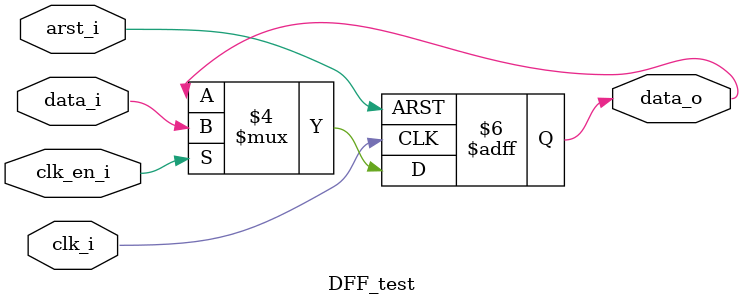
<source format=sv>
`timescale 1ns / 1ps


module DFF_test(
    input   logic arst_i,
    input   logic clk_i,
    input   logic clk_en_i,
    input   logic data_i,
    output  logic data_o
    );
    
    always_ff @(posedge clk_i or posedge arst_i) begin
        if(arst_i) begin
            data_o <= 1'b0;
        end else begin
            if(clk_en_i == 1'b0) begin
                data_o <= data_o;
            end else begin
                data_o <= data_i;
            end
        end
    end
endmodule

</source>
